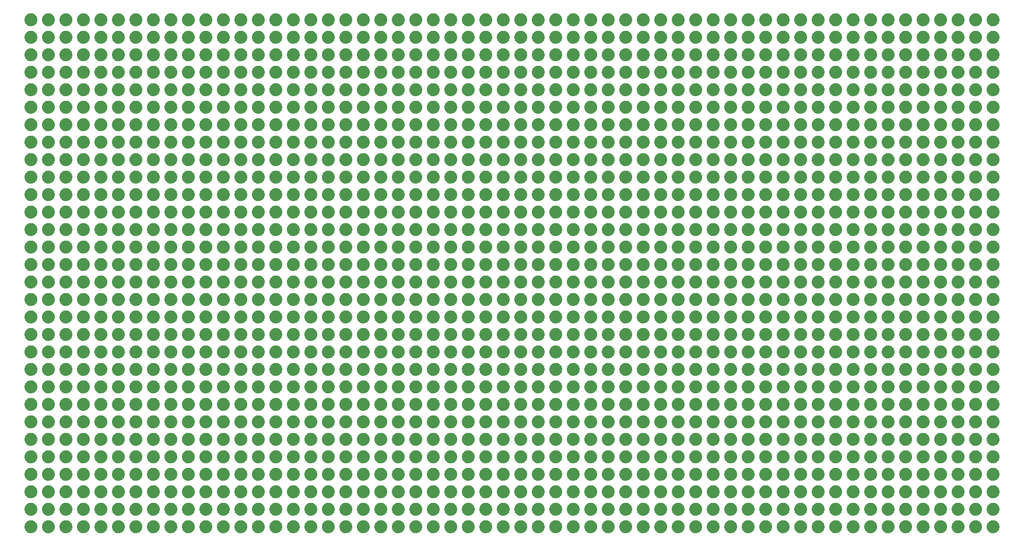
<source format=gbl>
G75*
%MOIN*%
%OFA0B0*%
%FSLAX25Y25*%
%IPPOS*%
%LPD*%
%AMOC8*
5,1,8,0,0,1.08239X$1,22.5*
%
%ADD10C,0.07400*%
D10*
X0018001Y0053650D03*
X0028001Y0053650D03*
X0038001Y0053650D03*
X0048001Y0053650D03*
X0058001Y0053650D03*
X0068001Y0053650D03*
X0078001Y0053650D03*
X0088001Y0053650D03*
X0098001Y0053650D03*
X0108001Y0053650D03*
X0118001Y0053650D03*
X0128001Y0053650D03*
X0138001Y0053650D03*
X0148001Y0053650D03*
X0158001Y0053650D03*
X0168001Y0053650D03*
X0178001Y0053650D03*
X0188001Y0053650D03*
X0198001Y0053650D03*
X0208001Y0053650D03*
X0218001Y0053650D03*
X0228001Y0053650D03*
X0238001Y0053650D03*
X0248001Y0053650D03*
X0258001Y0053650D03*
X0268001Y0053650D03*
X0278001Y0053650D03*
X0288001Y0053650D03*
X0298001Y0053650D03*
X0308001Y0053650D03*
X0318001Y0053650D03*
X0328001Y0053650D03*
X0338001Y0053650D03*
X0348001Y0053650D03*
X0358001Y0053650D03*
X0368001Y0053650D03*
X0378001Y0053650D03*
X0388001Y0053650D03*
X0398001Y0053650D03*
X0408001Y0053650D03*
X0418001Y0053650D03*
X0428001Y0053650D03*
X0438001Y0053650D03*
X0448001Y0053650D03*
X0458001Y0053650D03*
X0468001Y0053650D03*
X0478001Y0053650D03*
X0488001Y0053650D03*
X0498001Y0053650D03*
X0508001Y0053650D03*
X0518001Y0053650D03*
X0528001Y0053650D03*
X0538001Y0053650D03*
X0548001Y0053650D03*
X0558001Y0053650D03*
X0568001Y0053650D03*
X0568001Y0063650D03*
X0558001Y0063650D03*
X0548001Y0063650D03*
X0538001Y0063650D03*
X0528001Y0063650D03*
X0518001Y0063650D03*
X0508001Y0063650D03*
X0498001Y0063650D03*
X0488001Y0063650D03*
X0478001Y0063650D03*
X0468001Y0063650D03*
X0458001Y0063650D03*
X0448001Y0063650D03*
X0438001Y0063650D03*
X0428001Y0063650D03*
X0418001Y0063650D03*
X0408001Y0063650D03*
X0398001Y0063650D03*
X0388001Y0063650D03*
X0378001Y0063650D03*
X0368001Y0063650D03*
X0358001Y0063650D03*
X0348001Y0063650D03*
X0338001Y0063650D03*
X0328001Y0063650D03*
X0318001Y0063650D03*
X0308001Y0063650D03*
X0298001Y0063650D03*
X0288001Y0063650D03*
X0278001Y0063650D03*
X0268001Y0063650D03*
X0258001Y0063650D03*
X0248001Y0063650D03*
X0238001Y0063650D03*
X0228001Y0063650D03*
X0218001Y0063650D03*
X0208001Y0063650D03*
X0198001Y0063650D03*
X0188001Y0063650D03*
X0178001Y0063650D03*
X0168001Y0063650D03*
X0158001Y0063650D03*
X0148001Y0063650D03*
X0138001Y0063650D03*
X0128001Y0063650D03*
X0118001Y0063650D03*
X0108001Y0063650D03*
X0098001Y0063650D03*
X0088001Y0063650D03*
X0078001Y0063650D03*
X0068001Y0063650D03*
X0058001Y0063650D03*
X0048001Y0063650D03*
X0038001Y0063650D03*
X0028001Y0063650D03*
X0018001Y0063650D03*
X0018001Y0073650D03*
X0028001Y0073650D03*
X0038001Y0073650D03*
X0048001Y0073650D03*
X0058001Y0073650D03*
X0068001Y0073650D03*
X0078001Y0073650D03*
X0088001Y0073650D03*
X0098001Y0073650D03*
X0108001Y0073650D03*
X0118001Y0073650D03*
X0128001Y0073650D03*
X0138001Y0073650D03*
X0148001Y0073650D03*
X0158001Y0073650D03*
X0168001Y0073650D03*
X0178001Y0073650D03*
X0188001Y0073650D03*
X0198001Y0073650D03*
X0208001Y0073650D03*
X0218001Y0073650D03*
X0228001Y0073650D03*
X0238001Y0073650D03*
X0248001Y0073650D03*
X0258001Y0073650D03*
X0268001Y0073650D03*
X0278001Y0073650D03*
X0288001Y0073650D03*
X0298001Y0073650D03*
X0308001Y0073650D03*
X0318001Y0073650D03*
X0328001Y0073650D03*
X0338001Y0073650D03*
X0348001Y0073650D03*
X0358001Y0073650D03*
X0368001Y0073650D03*
X0378001Y0073650D03*
X0388001Y0073650D03*
X0398001Y0073650D03*
X0408001Y0073650D03*
X0418001Y0073650D03*
X0428001Y0073650D03*
X0438001Y0073650D03*
X0448001Y0073650D03*
X0458001Y0073650D03*
X0468001Y0073650D03*
X0478001Y0073650D03*
X0488001Y0073650D03*
X0498001Y0073650D03*
X0508001Y0073650D03*
X0518001Y0073650D03*
X0528001Y0073650D03*
X0538001Y0073650D03*
X0548001Y0073650D03*
X0558001Y0073650D03*
X0568001Y0073650D03*
X0568001Y0083650D03*
X0558001Y0083650D03*
X0548001Y0083650D03*
X0538001Y0083650D03*
X0528001Y0083650D03*
X0518001Y0083650D03*
X0508001Y0083650D03*
X0498001Y0083650D03*
X0488001Y0083650D03*
X0478001Y0083650D03*
X0468001Y0083650D03*
X0458001Y0083650D03*
X0448001Y0083650D03*
X0438001Y0083650D03*
X0428001Y0083650D03*
X0418001Y0083650D03*
X0408001Y0083650D03*
X0398001Y0083650D03*
X0388001Y0083650D03*
X0378001Y0083650D03*
X0368001Y0083650D03*
X0358001Y0083650D03*
X0348001Y0083650D03*
X0338001Y0083650D03*
X0328001Y0083650D03*
X0318001Y0083650D03*
X0308001Y0083650D03*
X0298001Y0083650D03*
X0288001Y0083650D03*
X0278001Y0083650D03*
X0268001Y0083650D03*
X0258001Y0083650D03*
X0248001Y0083650D03*
X0238001Y0083650D03*
X0228001Y0083650D03*
X0218001Y0083650D03*
X0208001Y0083650D03*
X0198001Y0083650D03*
X0188001Y0083650D03*
X0178001Y0083650D03*
X0168001Y0083650D03*
X0158001Y0083650D03*
X0148001Y0083650D03*
X0138001Y0083650D03*
X0128001Y0083650D03*
X0118001Y0083650D03*
X0108001Y0083650D03*
X0098001Y0083650D03*
X0088001Y0083650D03*
X0078001Y0083650D03*
X0068001Y0083650D03*
X0058001Y0083650D03*
X0048001Y0083650D03*
X0038001Y0083650D03*
X0028001Y0083650D03*
X0018001Y0083650D03*
X0018001Y0093650D03*
X0028001Y0093650D03*
X0038001Y0093650D03*
X0048001Y0093650D03*
X0058001Y0093650D03*
X0068001Y0093650D03*
X0078001Y0093650D03*
X0088001Y0093650D03*
X0098001Y0093650D03*
X0108001Y0093650D03*
X0118001Y0093650D03*
X0128001Y0093650D03*
X0138001Y0093650D03*
X0148001Y0093650D03*
X0158001Y0093650D03*
X0168001Y0093650D03*
X0178001Y0093650D03*
X0188001Y0093650D03*
X0198001Y0093650D03*
X0208001Y0093650D03*
X0218001Y0093650D03*
X0228001Y0093650D03*
X0238001Y0093650D03*
X0248001Y0093650D03*
X0258001Y0093650D03*
X0268001Y0093650D03*
X0278001Y0093650D03*
X0288001Y0093650D03*
X0298001Y0093650D03*
X0308001Y0093650D03*
X0318001Y0093650D03*
X0328001Y0093650D03*
X0338001Y0093650D03*
X0348001Y0093650D03*
X0358001Y0093650D03*
X0368001Y0093650D03*
X0378001Y0093650D03*
X0388001Y0093650D03*
X0398001Y0093650D03*
X0408001Y0093650D03*
X0418001Y0093650D03*
X0428001Y0093650D03*
X0438001Y0093650D03*
X0448001Y0093650D03*
X0458001Y0093650D03*
X0468001Y0093650D03*
X0478001Y0093650D03*
X0488001Y0093650D03*
X0498001Y0093650D03*
X0508001Y0093650D03*
X0518001Y0093650D03*
X0528001Y0093650D03*
X0538001Y0093650D03*
X0548001Y0093650D03*
X0558001Y0093650D03*
X0568001Y0093650D03*
X0568001Y0103650D03*
X0558001Y0103650D03*
X0548001Y0103650D03*
X0538001Y0103650D03*
X0528001Y0103650D03*
X0518001Y0103650D03*
X0508001Y0103650D03*
X0498001Y0103650D03*
X0488001Y0103650D03*
X0478001Y0103650D03*
X0468001Y0103650D03*
X0458001Y0103650D03*
X0448001Y0103650D03*
X0438001Y0103650D03*
X0428001Y0103650D03*
X0418001Y0103650D03*
X0408001Y0103650D03*
X0398001Y0103650D03*
X0388001Y0103650D03*
X0378001Y0103650D03*
X0368001Y0103650D03*
X0358001Y0103650D03*
X0348001Y0103650D03*
X0338001Y0103650D03*
X0328001Y0103650D03*
X0318001Y0103650D03*
X0308001Y0103650D03*
X0298001Y0103650D03*
X0288001Y0103650D03*
X0278001Y0103650D03*
X0268001Y0103650D03*
X0258001Y0103650D03*
X0248001Y0103650D03*
X0238001Y0103650D03*
X0228001Y0103650D03*
X0218001Y0103650D03*
X0208001Y0103650D03*
X0198001Y0103650D03*
X0188001Y0103650D03*
X0178001Y0103650D03*
X0168001Y0103650D03*
X0158001Y0103650D03*
X0148001Y0103650D03*
X0138001Y0103650D03*
X0128001Y0103650D03*
X0118001Y0103650D03*
X0108001Y0103650D03*
X0098001Y0103650D03*
X0088001Y0103650D03*
X0078001Y0103650D03*
X0068001Y0103650D03*
X0058001Y0103650D03*
X0048001Y0103650D03*
X0038001Y0103650D03*
X0028001Y0103650D03*
X0018001Y0103650D03*
X0018001Y0113650D03*
X0028001Y0113650D03*
X0038001Y0113650D03*
X0048001Y0113650D03*
X0058001Y0113650D03*
X0068001Y0113650D03*
X0078001Y0113650D03*
X0088001Y0113650D03*
X0098001Y0113650D03*
X0108001Y0113650D03*
X0118001Y0113650D03*
X0128001Y0113650D03*
X0138001Y0113650D03*
X0148001Y0113650D03*
X0158001Y0113650D03*
X0168001Y0113650D03*
X0178001Y0113650D03*
X0188001Y0113650D03*
X0198001Y0113650D03*
X0208001Y0113650D03*
X0218001Y0113650D03*
X0228001Y0113650D03*
X0238001Y0113650D03*
X0248001Y0113650D03*
X0258001Y0113650D03*
X0268001Y0113650D03*
X0278001Y0113650D03*
X0288001Y0113650D03*
X0298001Y0113650D03*
X0308001Y0113650D03*
X0318001Y0113650D03*
X0328001Y0113650D03*
X0338001Y0113650D03*
X0348001Y0113650D03*
X0358001Y0113650D03*
X0368001Y0113650D03*
X0378001Y0113650D03*
X0388001Y0113650D03*
X0398001Y0113650D03*
X0408001Y0113650D03*
X0418001Y0113650D03*
X0428001Y0113650D03*
X0438001Y0113650D03*
X0448001Y0113650D03*
X0458001Y0113650D03*
X0468001Y0113650D03*
X0478001Y0113650D03*
X0488001Y0113650D03*
X0498001Y0113650D03*
X0508001Y0113650D03*
X0518001Y0113650D03*
X0528001Y0113650D03*
X0538001Y0113650D03*
X0548001Y0113650D03*
X0558001Y0113650D03*
X0568001Y0113650D03*
X0568001Y0123650D03*
X0558001Y0123650D03*
X0548001Y0123650D03*
X0538001Y0123650D03*
X0528001Y0123650D03*
X0518001Y0123650D03*
X0508001Y0123650D03*
X0498001Y0123650D03*
X0488001Y0123650D03*
X0478001Y0123650D03*
X0468001Y0123650D03*
X0458001Y0123650D03*
X0448001Y0123650D03*
X0438001Y0123650D03*
X0428001Y0123650D03*
X0418001Y0123650D03*
X0408001Y0123650D03*
X0398001Y0123650D03*
X0388001Y0123650D03*
X0378001Y0123650D03*
X0368001Y0123650D03*
X0358001Y0123650D03*
X0348001Y0123650D03*
X0338001Y0123650D03*
X0328001Y0123650D03*
X0318001Y0123650D03*
X0308001Y0123650D03*
X0298001Y0123650D03*
X0288001Y0123650D03*
X0278001Y0123650D03*
X0268001Y0123650D03*
X0258001Y0123650D03*
X0248001Y0123650D03*
X0238001Y0123650D03*
X0228001Y0123650D03*
X0218001Y0123650D03*
X0208001Y0123650D03*
X0198001Y0123650D03*
X0188001Y0123650D03*
X0178001Y0123650D03*
X0168001Y0123650D03*
X0158001Y0123650D03*
X0148001Y0123650D03*
X0138001Y0123650D03*
X0128001Y0123650D03*
X0118001Y0123650D03*
X0108001Y0123650D03*
X0098001Y0123650D03*
X0088001Y0123650D03*
X0078001Y0123650D03*
X0068001Y0123650D03*
X0058001Y0123650D03*
X0048001Y0123650D03*
X0038001Y0123650D03*
X0028001Y0123650D03*
X0018001Y0123650D03*
X0018001Y0133650D03*
X0028001Y0133650D03*
X0038001Y0133650D03*
X0048001Y0133650D03*
X0058001Y0133650D03*
X0068001Y0133650D03*
X0078001Y0133650D03*
X0088001Y0133650D03*
X0098001Y0133650D03*
X0108001Y0133650D03*
X0118001Y0133650D03*
X0128001Y0133650D03*
X0138001Y0133650D03*
X0148001Y0133650D03*
X0158001Y0133650D03*
X0168001Y0133650D03*
X0178001Y0133650D03*
X0188001Y0133650D03*
X0198001Y0133650D03*
X0208001Y0133650D03*
X0218001Y0133650D03*
X0228001Y0133650D03*
X0238001Y0133650D03*
X0248001Y0133650D03*
X0258001Y0133650D03*
X0268001Y0133650D03*
X0278001Y0133650D03*
X0288001Y0133650D03*
X0298001Y0133650D03*
X0308001Y0133650D03*
X0318001Y0133650D03*
X0328001Y0133650D03*
X0338001Y0133650D03*
X0348001Y0133650D03*
X0358001Y0133650D03*
X0368001Y0133650D03*
X0378001Y0133650D03*
X0388001Y0133650D03*
X0398001Y0133650D03*
X0408001Y0133650D03*
X0418001Y0133650D03*
X0428001Y0133650D03*
X0438001Y0133650D03*
X0448001Y0133650D03*
X0458001Y0133650D03*
X0468001Y0133650D03*
X0478001Y0133650D03*
X0488001Y0133650D03*
X0498001Y0133650D03*
X0508001Y0133650D03*
X0518001Y0133650D03*
X0528001Y0133650D03*
X0538001Y0133650D03*
X0548001Y0133650D03*
X0558001Y0133650D03*
X0568001Y0133650D03*
X0568001Y0143650D03*
X0558001Y0143650D03*
X0548001Y0143650D03*
X0538001Y0143650D03*
X0528001Y0143650D03*
X0518001Y0143650D03*
X0508001Y0143650D03*
X0498001Y0143650D03*
X0488001Y0143650D03*
X0478001Y0143650D03*
X0468001Y0143650D03*
X0458001Y0143650D03*
X0448001Y0143650D03*
X0438001Y0143650D03*
X0428001Y0143650D03*
X0418001Y0143650D03*
X0408001Y0143650D03*
X0398001Y0143650D03*
X0388001Y0143650D03*
X0378001Y0143650D03*
X0368001Y0143650D03*
X0358001Y0143650D03*
X0348001Y0143650D03*
X0338001Y0143650D03*
X0328001Y0143650D03*
X0318001Y0143650D03*
X0308001Y0143650D03*
X0298001Y0143650D03*
X0288001Y0143650D03*
X0278001Y0143650D03*
X0268001Y0143650D03*
X0258001Y0143650D03*
X0248001Y0143650D03*
X0238001Y0143650D03*
X0228001Y0143650D03*
X0218001Y0143650D03*
X0208001Y0143650D03*
X0198001Y0143650D03*
X0188001Y0143650D03*
X0178001Y0143650D03*
X0168001Y0143650D03*
X0158001Y0143650D03*
X0148001Y0143650D03*
X0138001Y0143650D03*
X0128001Y0143650D03*
X0118001Y0143650D03*
X0108001Y0143650D03*
X0098001Y0143650D03*
X0088001Y0143650D03*
X0078001Y0143650D03*
X0068001Y0143650D03*
X0058001Y0143650D03*
X0048001Y0143650D03*
X0038001Y0143650D03*
X0028001Y0143650D03*
X0018001Y0143650D03*
X0018001Y0153650D03*
X0028001Y0153650D03*
X0038001Y0153650D03*
X0048001Y0153650D03*
X0058001Y0153650D03*
X0068001Y0153650D03*
X0078001Y0153650D03*
X0088001Y0153650D03*
X0098001Y0153650D03*
X0108001Y0153650D03*
X0118001Y0153650D03*
X0128001Y0153650D03*
X0138001Y0153650D03*
X0148001Y0153650D03*
X0158001Y0153650D03*
X0168001Y0153650D03*
X0178001Y0153650D03*
X0188001Y0153650D03*
X0198001Y0153650D03*
X0208001Y0153650D03*
X0218001Y0153650D03*
X0228001Y0153650D03*
X0238001Y0153650D03*
X0248001Y0153650D03*
X0258001Y0153650D03*
X0268001Y0153650D03*
X0278001Y0153650D03*
X0288001Y0153650D03*
X0298001Y0153650D03*
X0308001Y0153650D03*
X0318001Y0153650D03*
X0328001Y0153650D03*
X0338001Y0153650D03*
X0348001Y0153650D03*
X0358001Y0153650D03*
X0368001Y0153650D03*
X0378001Y0153650D03*
X0388001Y0153650D03*
X0398001Y0153650D03*
X0408001Y0153650D03*
X0418001Y0153650D03*
X0428001Y0153650D03*
X0438001Y0153650D03*
X0448001Y0153650D03*
X0458001Y0153650D03*
X0468001Y0153650D03*
X0478001Y0153650D03*
X0488001Y0153650D03*
X0498001Y0153650D03*
X0508001Y0153650D03*
X0518001Y0153650D03*
X0528001Y0153650D03*
X0538001Y0153650D03*
X0548001Y0153650D03*
X0558001Y0153650D03*
X0568001Y0153650D03*
X0568001Y0163650D03*
X0558001Y0163650D03*
X0548001Y0163650D03*
X0538001Y0163650D03*
X0528001Y0163650D03*
X0518001Y0163650D03*
X0508001Y0163650D03*
X0498001Y0163650D03*
X0488001Y0163650D03*
X0478001Y0163650D03*
X0468001Y0163650D03*
X0458001Y0163650D03*
X0448001Y0163650D03*
X0438001Y0163650D03*
X0428001Y0163650D03*
X0418001Y0163650D03*
X0408001Y0163650D03*
X0398001Y0163650D03*
X0388001Y0163650D03*
X0378001Y0163650D03*
X0368001Y0163650D03*
X0358001Y0163650D03*
X0348001Y0163650D03*
X0338001Y0163650D03*
X0328001Y0163650D03*
X0318001Y0163650D03*
X0308001Y0163650D03*
X0298001Y0163650D03*
X0288001Y0163650D03*
X0278001Y0163650D03*
X0268001Y0163650D03*
X0258001Y0163650D03*
X0248001Y0163650D03*
X0238001Y0163650D03*
X0228001Y0163650D03*
X0218001Y0163650D03*
X0208001Y0163650D03*
X0198001Y0163650D03*
X0188001Y0163650D03*
X0178001Y0163650D03*
X0168001Y0163650D03*
X0158001Y0163650D03*
X0148001Y0163650D03*
X0138001Y0163650D03*
X0128001Y0163650D03*
X0118001Y0163650D03*
X0108001Y0163650D03*
X0098001Y0163650D03*
X0088001Y0163650D03*
X0078001Y0163650D03*
X0068001Y0163650D03*
X0058001Y0163650D03*
X0048001Y0163650D03*
X0038001Y0163650D03*
X0028001Y0163650D03*
X0018001Y0163650D03*
X0018001Y0173650D03*
X0028001Y0173650D03*
X0038001Y0173650D03*
X0048001Y0173650D03*
X0058001Y0173650D03*
X0068001Y0173650D03*
X0078001Y0173650D03*
X0088001Y0173650D03*
X0098001Y0173650D03*
X0108001Y0173650D03*
X0118001Y0173650D03*
X0128001Y0173650D03*
X0138001Y0173650D03*
X0148001Y0173650D03*
X0158001Y0173650D03*
X0168001Y0173650D03*
X0178001Y0173650D03*
X0188001Y0173650D03*
X0198001Y0173650D03*
X0208001Y0173650D03*
X0218001Y0173650D03*
X0228001Y0173650D03*
X0238001Y0173650D03*
X0248001Y0173650D03*
X0258001Y0173650D03*
X0268001Y0173650D03*
X0278001Y0173650D03*
X0288001Y0173650D03*
X0298001Y0173650D03*
X0308001Y0173650D03*
X0318001Y0173650D03*
X0328001Y0173650D03*
X0338001Y0173650D03*
X0348001Y0173650D03*
X0358001Y0173650D03*
X0368001Y0173650D03*
X0378001Y0173650D03*
X0388001Y0173650D03*
X0398001Y0173650D03*
X0408001Y0173650D03*
X0418001Y0173650D03*
X0428001Y0173650D03*
X0438001Y0173650D03*
X0448001Y0173650D03*
X0458001Y0173650D03*
X0468001Y0173650D03*
X0478001Y0173650D03*
X0488001Y0173650D03*
X0498001Y0173650D03*
X0508001Y0173650D03*
X0518001Y0173650D03*
X0528001Y0173650D03*
X0538001Y0173650D03*
X0548001Y0173650D03*
X0558001Y0173650D03*
X0568001Y0173650D03*
X0568001Y0183650D03*
X0558001Y0183650D03*
X0548001Y0183650D03*
X0538001Y0183650D03*
X0528001Y0183650D03*
X0518001Y0183650D03*
X0508001Y0183650D03*
X0498001Y0183650D03*
X0488001Y0183650D03*
X0478001Y0183650D03*
X0468001Y0183650D03*
X0458001Y0183650D03*
X0448001Y0183650D03*
X0438001Y0183650D03*
X0428001Y0183650D03*
X0418001Y0183650D03*
X0408001Y0183650D03*
X0398001Y0183650D03*
X0388001Y0183650D03*
X0378001Y0183650D03*
X0368001Y0183650D03*
X0358001Y0183650D03*
X0348001Y0183650D03*
X0338001Y0183650D03*
X0328001Y0183650D03*
X0318001Y0183650D03*
X0308001Y0183650D03*
X0298001Y0183650D03*
X0288001Y0183650D03*
X0278001Y0183650D03*
X0268001Y0183650D03*
X0258001Y0183650D03*
X0248001Y0183650D03*
X0238001Y0183650D03*
X0228001Y0183650D03*
X0218001Y0183650D03*
X0208001Y0183650D03*
X0198001Y0183650D03*
X0188001Y0183650D03*
X0178001Y0183650D03*
X0168001Y0183650D03*
X0158001Y0183650D03*
X0148001Y0183650D03*
X0138001Y0183650D03*
X0128001Y0183650D03*
X0118001Y0183650D03*
X0108001Y0183650D03*
X0098001Y0183650D03*
X0088001Y0183650D03*
X0078001Y0183650D03*
X0068001Y0183650D03*
X0058001Y0183650D03*
X0048001Y0183650D03*
X0038001Y0183650D03*
X0028001Y0183650D03*
X0018001Y0183650D03*
X0018001Y0193650D03*
X0028001Y0193650D03*
X0038001Y0193650D03*
X0048001Y0193650D03*
X0058001Y0193650D03*
X0068001Y0193650D03*
X0078001Y0193650D03*
X0088001Y0193650D03*
X0098001Y0193650D03*
X0108001Y0193650D03*
X0118001Y0193650D03*
X0128001Y0193650D03*
X0138001Y0193650D03*
X0148001Y0193650D03*
X0158001Y0193650D03*
X0168001Y0193650D03*
X0178001Y0193650D03*
X0188001Y0193650D03*
X0198001Y0193650D03*
X0208001Y0193650D03*
X0218001Y0193650D03*
X0228001Y0193650D03*
X0238001Y0193650D03*
X0248001Y0193650D03*
X0258001Y0193650D03*
X0268001Y0193650D03*
X0278001Y0193650D03*
X0288001Y0193650D03*
X0298001Y0193650D03*
X0308001Y0193650D03*
X0318001Y0193650D03*
X0328001Y0193650D03*
X0338001Y0193650D03*
X0348001Y0193650D03*
X0358001Y0193650D03*
X0368001Y0193650D03*
X0378001Y0193650D03*
X0388001Y0193650D03*
X0398001Y0193650D03*
X0408001Y0193650D03*
X0418001Y0193650D03*
X0428001Y0193650D03*
X0438001Y0193650D03*
X0448001Y0193650D03*
X0458001Y0193650D03*
X0468001Y0193650D03*
X0478001Y0193650D03*
X0488001Y0193650D03*
X0498001Y0193650D03*
X0508001Y0193650D03*
X0518001Y0193650D03*
X0528001Y0193650D03*
X0538001Y0193650D03*
X0548001Y0193650D03*
X0558001Y0193650D03*
X0568001Y0193650D03*
X0568001Y0203650D03*
X0558001Y0203650D03*
X0548001Y0203650D03*
X0538001Y0203650D03*
X0528001Y0203650D03*
X0518001Y0203650D03*
X0508001Y0203650D03*
X0498001Y0203650D03*
X0488001Y0203650D03*
X0478001Y0203650D03*
X0468001Y0203650D03*
X0458001Y0203650D03*
X0448001Y0203650D03*
X0438001Y0203650D03*
X0428001Y0203650D03*
X0418001Y0203650D03*
X0408001Y0203650D03*
X0398001Y0203650D03*
X0388001Y0203650D03*
X0378001Y0203650D03*
X0368001Y0203650D03*
X0358001Y0203650D03*
X0348001Y0203650D03*
X0338001Y0203650D03*
X0328001Y0203650D03*
X0318001Y0203650D03*
X0308001Y0203650D03*
X0298001Y0203650D03*
X0288001Y0203650D03*
X0278001Y0203650D03*
X0268001Y0203650D03*
X0258001Y0203650D03*
X0248001Y0203650D03*
X0238001Y0203650D03*
X0228001Y0203650D03*
X0218001Y0203650D03*
X0208001Y0203650D03*
X0198001Y0203650D03*
X0188001Y0203650D03*
X0178001Y0203650D03*
X0168001Y0203650D03*
X0158001Y0203650D03*
X0148001Y0203650D03*
X0138001Y0203650D03*
X0128001Y0203650D03*
X0118001Y0203650D03*
X0108001Y0203650D03*
X0098001Y0203650D03*
X0088001Y0203650D03*
X0078001Y0203650D03*
X0068001Y0203650D03*
X0058001Y0203650D03*
X0048001Y0203650D03*
X0038001Y0203650D03*
X0028001Y0203650D03*
X0018001Y0203650D03*
X0018001Y0213650D03*
X0028001Y0213650D03*
X0038001Y0213650D03*
X0048001Y0213650D03*
X0058001Y0213650D03*
X0068001Y0213650D03*
X0078001Y0213650D03*
X0088001Y0213650D03*
X0098001Y0213650D03*
X0108001Y0213650D03*
X0118001Y0213650D03*
X0128001Y0213650D03*
X0138001Y0213650D03*
X0148001Y0213650D03*
X0158001Y0213650D03*
X0168001Y0213650D03*
X0178001Y0213650D03*
X0188001Y0213650D03*
X0198001Y0213650D03*
X0208001Y0213650D03*
X0218001Y0213650D03*
X0228001Y0213650D03*
X0238001Y0213650D03*
X0248001Y0213650D03*
X0258001Y0213650D03*
X0268001Y0213650D03*
X0278001Y0213650D03*
X0288001Y0213650D03*
X0298001Y0213650D03*
X0308001Y0213650D03*
X0318001Y0213650D03*
X0328001Y0213650D03*
X0338001Y0213650D03*
X0348001Y0213650D03*
X0358001Y0213650D03*
X0368001Y0213650D03*
X0378001Y0213650D03*
X0388001Y0213650D03*
X0398001Y0213650D03*
X0408001Y0213650D03*
X0418001Y0213650D03*
X0428001Y0213650D03*
X0438001Y0213650D03*
X0448001Y0213650D03*
X0458001Y0213650D03*
X0468001Y0213650D03*
X0478001Y0213650D03*
X0488001Y0213650D03*
X0498001Y0213650D03*
X0508001Y0213650D03*
X0518001Y0213650D03*
X0528001Y0213650D03*
X0538001Y0213650D03*
X0548001Y0213650D03*
X0558001Y0213650D03*
X0568001Y0213650D03*
X0568001Y0223650D03*
X0558001Y0223650D03*
X0548001Y0223650D03*
X0538001Y0223650D03*
X0528001Y0223650D03*
X0518001Y0223650D03*
X0508001Y0223650D03*
X0498001Y0223650D03*
X0488001Y0223650D03*
X0478001Y0223650D03*
X0468001Y0223650D03*
X0458001Y0223650D03*
X0448001Y0223650D03*
X0438001Y0223650D03*
X0428001Y0223650D03*
X0418001Y0223650D03*
X0408001Y0223650D03*
X0398001Y0223650D03*
X0388001Y0223650D03*
X0378001Y0223650D03*
X0368001Y0223650D03*
X0358001Y0223650D03*
X0348001Y0223650D03*
X0338001Y0223650D03*
X0328001Y0223650D03*
X0318001Y0223650D03*
X0308001Y0223650D03*
X0298001Y0223650D03*
X0288001Y0223650D03*
X0278001Y0223650D03*
X0268001Y0223650D03*
X0258001Y0223650D03*
X0248001Y0223650D03*
X0238001Y0223650D03*
X0228001Y0223650D03*
X0218001Y0223650D03*
X0208001Y0223650D03*
X0198001Y0223650D03*
X0188001Y0223650D03*
X0178001Y0223650D03*
X0168001Y0223650D03*
X0158001Y0223650D03*
X0148001Y0223650D03*
X0138001Y0223650D03*
X0128001Y0223650D03*
X0118001Y0223650D03*
X0108001Y0223650D03*
X0098001Y0223650D03*
X0088001Y0223650D03*
X0078001Y0223650D03*
X0068001Y0223650D03*
X0058001Y0223650D03*
X0048001Y0223650D03*
X0038001Y0223650D03*
X0028001Y0223650D03*
X0018001Y0223650D03*
X0018001Y0233650D03*
X0028001Y0233650D03*
X0038001Y0233650D03*
X0048001Y0233650D03*
X0058001Y0233650D03*
X0068001Y0233650D03*
X0078001Y0233650D03*
X0088001Y0233650D03*
X0098001Y0233650D03*
X0108001Y0233650D03*
X0118001Y0233650D03*
X0128001Y0233650D03*
X0138001Y0233650D03*
X0148001Y0233650D03*
X0158001Y0233650D03*
X0168001Y0233650D03*
X0178001Y0233650D03*
X0188001Y0233650D03*
X0198001Y0233650D03*
X0208001Y0233650D03*
X0218001Y0233650D03*
X0228001Y0233650D03*
X0238001Y0233650D03*
X0248001Y0233650D03*
X0258001Y0233650D03*
X0268001Y0233650D03*
X0278001Y0233650D03*
X0288001Y0233650D03*
X0298001Y0233650D03*
X0308001Y0233650D03*
X0318001Y0233650D03*
X0328001Y0233650D03*
X0338001Y0233650D03*
X0348001Y0233650D03*
X0358001Y0233650D03*
X0368001Y0233650D03*
X0378001Y0233650D03*
X0388001Y0233650D03*
X0398001Y0233650D03*
X0408001Y0233650D03*
X0418001Y0233650D03*
X0428001Y0233650D03*
X0438001Y0233650D03*
X0448001Y0233650D03*
X0458001Y0233650D03*
X0468001Y0233650D03*
X0478001Y0233650D03*
X0488001Y0233650D03*
X0498001Y0233650D03*
X0508001Y0233650D03*
X0518001Y0233650D03*
X0528001Y0233650D03*
X0538001Y0233650D03*
X0548001Y0233650D03*
X0558001Y0233650D03*
X0568001Y0233650D03*
X0568001Y0243650D03*
X0558001Y0243650D03*
X0548001Y0243650D03*
X0538001Y0243650D03*
X0528001Y0243650D03*
X0518001Y0243650D03*
X0508001Y0243650D03*
X0498001Y0243650D03*
X0488001Y0243650D03*
X0478001Y0243650D03*
X0468001Y0243650D03*
X0458001Y0243650D03*
X0448001Y0243650D03*
X0438001Y0243650D03*
X0428001Y0243650D03*
X0418001Y0243650D03*
X0408001Y0243650D03*
X0398001Y0243650D03*
X0388001Y0243650D03*
X0378001Y0243650D03*
X0368001Y0243650D03*
X0358001Y0243650D03*
X0348001Y0243650D03*
X0338001Y0243650D03*
X0328001Y0243650D03*
X0318001Y0243650D03*
X0308001Y0243650D03*
X0298001Y0243650D03*
X0288001Y0243650D03*
X0278001Y0243650D03*
X0268001Y0243650D03*
X0258001Y0243650D03*
X0248001Y0243650D03*
X0238001Y0243650D03*
X0228001Y0243650D03*
X0218001Y0243650D03*
X0208001Y0243650D03*
X0198001Y0243650D03*
X0188001Y0243650D03*
X0178001Y0243650D03*
X0168001Y0243650D03*
X0158001Y0243650D03*
X0148001Y0243650D03*
X0138001Y0243650D03*
X0128001Y0243650D03*
X0118001Y0243650D03*
X0108001Y0243650D03*
X0098001Y0243650D03*
X0088001Y0243650D03*
X0078001Y0243650D03*
X0068001Y0243650D03*
X0058001Y0243650D03*
X0048001Y0243650D03*
X0038001Y0243650D03*
X0028001Y0243650D03*
X0018001Y0243650D03*
X0018001Y0253650D03*
X0028001Y0253650D03*
X0038001Y0253650D03*
X0048001Y0253650D03*
X0058001Y0253650D03*
X0068001Y0253650D03*
X0078001Y0253650D03*
X0088001Y0253650D03*
X0098001Y0253650D03*
X0108001Y0253650D03*
X0118001Y0253650D03*
X0128001Y0253650D03*
X0138001Y0253650D03*
X0148001Y0253650D03*
X0158001Y0253650D03*
X0168001Y0253650D03*
X0178001Y0253650D03*
X0188001Y0253650D03*
X0198001Y0253650D03*
X0208001Y0253650D03*
X0218001Y0253650D03*
X0228001Y0253650D03*
X0238001Y0253650D03*
X0248001Y0253650D03*
X0258001Y0253650D03*
X0268001Y0253650D03*
X0278001Y0253650D03*
X0288001Y0253650D03*
X0298001Y0253650D03*
X0308001Y0253650D03*
X0318001Y0253650D03*
X0328001Y0253650D03*
X0338001Y0253650D03*
X0348001Y0253650D03*
X0358001Y0253650D03*
X0368001Y0253650D03*
X0378001Y0253650D03*
X0388001Y0253650D03*
X0398001Y0253650D03*
X0408001Y0253650D03*
X0418001Y0253650D03*
X0428001Y0253650D03*
X0438001Y0253650D03*
X0448001Y0253650D03*
X0458001Y0253650D03*
X0468001Y0253650D03*
X0478001Y0253650D03*
X0488001Y0253650D03*
X0498001Y0253650D03*
X0508001Y0253650D03*
X0518001Y0253650D03*
X0528001Y0253650D03*
X0538001Y0253650D03*
X0548001Y0253650D03*
X0558001Y0253650D03*
X0568001Y0253650D03*
X0568001Y0263650D03*
X0558001Y0263650D03*
X0548001Y0263650D03*
X0538001Y0263650D03*
X0528001Y0263650D03*
X0518001Y0263650D03*
X0508001Y0263650D03*
X0498001Y0263650D03*
X0488001Y0263650D03*
X0478001Y0263650D03*
X0468001Y0263650D03*
X0458001Y0263650D03*
X0448001Y0263650D03*
X0438001Y0263650D03*
X0428001Y0263650D03*
X0418001Y0263650D03*
X0408001Y0263650D03*
X0398001Y0263650D03*
X0388001Y0263650D03*
X0378001Y0263650D03*
X0368001Y0263650D03*
X0358001Y0263650D03*
X0348001Y0263650D03*
X0338001Y0263650D03*
X0328001Y0263650D03*
X0318001Y0263650D03*
X0308001Y0263650D03*
X0298001Y0263650D03*
X0288001Y0263650D03*
X0278001Y0263650D03*
X0268001Y0263650D03*
X0258001Y0263650D03*
X0248001Y0263650D03*
X0238001Y0263650D03*
X0228001Y0263650D03*
X0218001Y0263650D03*
X0208001Y0263650D03*
X0198001Y0263650D03*
X0188001Y0263650D03*
X0178001Y0263650D03*
X0168001Y0263650D03*
X0158001Y0263650D03*
X0148001Y0263650D03*
X0138001Y0263650D03*
X0128001Y0263650D03*
X0118001Y0263650D03*
X0108001Y0263650D03*
X0098001Y0263650D03*
X0088001Y0263650D03*
X0078001Y0263650D03*
X0068001Y0263650D03*
X0058001Y0263650D03*
X0048001Y0263650D03*
X0038001Y0263650D03*
X0028001Y0263650D03*
X0018001Y0263650D03*
X0018001Y0273650D03*
X0028001Y0273650D03*
X0038001Y0273650D03*
X0048001Y0273650D03*
X0058001Y0273650D03*
X0068001Y0273650D03*
X0078001Y0273650D03*
X0088001Y0273650D03*
X0098001Y0273650D03*
X0108001Y0273650D03*
X0118001Y0273650D03*
X0128001Y0273650D03*
X0138001Y0273650D03*
X0148001Y0273650D03*
X0158001Y0273650D03*
X0168001Y0273650D03*
X0178001Y0273650D03*
X0188001Y0273650D03*
X0198001Y0273650D03*
X0208001Y0273650D03*
X0218001Y0273650D03*
X0228001Y0273650D03*
X0238001Y0273650D03*
X0248001Y0273650D03*
X0258001Y0273650D03*
X0268001Y0273650D03*
X0278001Y0273650D03*
X0288001Y0273650D03*
X0298001Y0273650D03*
X0308001Y0273650D03*
X0318001Y0273650D03*
X0328001Y0273650D03*
X0338001Y0273650D03*
X0348001Y0273650D03*
X0358001Y0273650D03*
X0368001Y0273650D03*
X0378001Y0273650D03*
X0388001Y0273650D03*
X0398001Y0273650D03*
X0408001Y0273650D03*
X0418001Y0273650D03*
X0428001Y0273650D03*
X0438001Y0273650D03*
X0448001Y0273650D03*
X0458001Y0273650D03*
X0468001Y0273650D03*
X0478001Y0273650D03*
X0488001Y0273650D03*
X0498001Y0273650D03*
X0508001Y0273650D03*
X0518001Y0273650D03*
X0528001Y0273650D03*
X0538001Y0273650D03*
X0548001Y0273650D03*
X0558001Y0273650D03*
X0568001Y0273650D03*
X0568001Y0283650D03*
X0558001Y0283650D03*
X0548001Y0283650D03*
X0538001Y0283650D03*
X0528001Y0283650D03*
X0518001Y0283650D03*
X0508001Y0283650D03*
X0498001Y0283650D03*
X0488001Y0283650D03*
X0478001Y0283650D03*
X0468001Y0283650D03*
X0458001Y0283650D03*
X0448001Y0283650D03*
X0438001Y0283650D03*
X0428001Y0283650D03*
X0418001Y0283650D03*
X0408001Y0283650D03*
X0398001Y0283650D03*
X0388001Y0283650D03*
X0378001Y0283650D03*
X0368001Y0283650D03*
X0358001Y0283650D03*
X0348001Y0283650D03*
X0338001Y0283650D03*
X0328001Y0283650D03*
X0318001Y0283650D03*
X0308001Y0283650D03*
X0298001Y0283650D03*
X0288001Y0283650D03*
X0278001Y0283650D03*
X0268001Y0283650D03*
X0258001Y0283650D03*
X0248001Y0283650D03*
X0238001Y0283650D03*
X0228001Y0283650D03*
X0218001Y0283650D03*
X0208001Y0283650D03*
X0198001Y0283650D03*
X0188001Y0283650D03*
X0178001Y0283650D03*
X0168001Y0283650D03*
X0158001Y0283650D03*
X0148001Y0283650D03*
X0138001Y0283650D03*
X0128001Y0283650D03*
X0118001Y0283650D03*
X0108001Y0283650D03*
X0098001Y0283650D03*
X0088001Y0283650D03*
X0078001Y0283650D03*
X0068001Y0283650D03*
X0058001Y0283650D03*
X0048001Y0283650D03*
X0038001Y0283650D03*
X0028001Y0283650D03*
X0018001Y0283650D03*
X0018001Y0293650D03*
X0028001Y0293650D03*
X0038001Y0293650D03*
X0048001Y0293650D03*
X0058001Y0293650D03*
X0068001Y0293650D03*
X0078001Y0293650D03*
X0088001Y0293650D03*
X0098001Y0293650D03*
X0108001Y0293650D03*
X0118001Y0293650D03*
X0128001Y0293650D03*
X0138001Y0293650D03*
X0148001Y0293650D03*
X0158001Y0293650D03*
X0168001Y0293650D03*
X0178001Y0293650D03*
X0188001Y0293650D03*
X0198001Y0293650D03*
X0208001Y0293650D03*
X0218001Y0293650D03*
X0228001Y0293650D03*
X0238001Y0293650D03*
X0248001Y0293650D03*
X0258001Y0293650D03*
X0268001Y0293650D03*
X0278001Y0293650D03*
X0288001Y0293650D03*
X0298001Y0293650D03*
X0308001Y0293650D03*
X0318001Y0293650D03*
X0328001Y0293650D03*
X0338001Y0293650D03*
X0348001Y0293650D03*
X0358001Y0293650D03*
X0368001Y0293650D03*
X0378001Y0293650D03*
X0388001Y0293650D03*
X0398001Y0293650D03*
X0408001Y0293650D03*
X0418001Y0293650D03*
X0428001Y0293650D03*
X0438001Y0293650D03*
X0448001Y0293650D03*
X0458001Y0293650D03*
X0468001Y0293650D03*
X0478001Y0293650D03*
X0488001Y0293650D03*
X0498001Y0293650D03*
X0508001Y0293650D03*
X0518001Y0293650D03*
X0528001Y0293650D03*
X0538001Y0293650D03*
X0548001Y0293650D03*
X0558001Y0293650D03*
X0568001Y0293650D03*
X0568001Y0303650D03*
X0558001Y0303650D03*
X0548001Y0303650D03*
X0538001Y0303650D03*
X0528001Y0303650D03*
X0518001Y0303650D03*
X0508001Y0303650D03*
X0498001Y0303650D03*
X0488001Y0303650D03*
X0478001Y0303650D03*
X0468001Y0303650D03*
X0458001Y0303650D03*
X0448001Y0303650D03*
X0438001Y0303650D03*
X0428001Y0303650D03*
X0418001Y0303650D03*
X0408001Y0303650D03*
X0398001Y0303650D03*
X0388001Y0303650D03*
X0378001Y0303650D03*
X0368001Y0303650D03*
X0358001Y0303650D03*
X0348001Y0303650D03*
X0338001Y0303650D03*
X0328001Y0303650D03*
X0318001Y0303650D03*
X0308001Y0303650D03*
X0298001Y0303650D03*
X0288001Y0303650D03*
X0278001Y0303650D03*
X0268001Y0303650D03*
X0258001Y0303650D03*
X0248001Y0303650D03*
X0238001Y0303650D03*
X0228001Y0303650D03*
X0218001Y0303650D03*
X0208001Y0303650D03*
X0198001Y0303650D03*
X0188001Y0303650D03*
X0178001Y0303650D03*
X0168001Y0303650D03*
X0158001Y0303650D03*
X0148001Y0303650D03*
X0138001Y0303650D03*
X0128001Y0303650D03*
X0118001Y0303650D03*
X0108001Y0303650D03*
X0098001Y0303650D03*
X0088001Y0303650D03*
X0078001Y0303650D03*
X0068001Y0303650D03*
X0058001Y0303650D03*
X0048001Y0303650D03*
X0038001Y0303650D03*
X0028001Y0303650D03*
X0018001Y0303650D03*
X0018001Y0313650D03*
X0028001Y0313650D03*
X0038001Y0313650D03*
X0048001Y0313650D03*
X0058001Y0313650D03*
X0068001Y0313650D03*
X0078001Y0313650D03*
X0088001Y0313650D03*
X0098001Y0313650D03*
X0108001Y0313650D03*
X0118001Y0313650D03*
X0128001Y0313650D03*
X0138001Y0313650D03*
X0148001Y0313650D03*
X0158001Y0313650D03*
X0168001Y0313650D03*
X0178001Y0313650D03*
X0188001Y0313650D03*
X0198001Y0313650D03*
X0208001Y0313650D03*
X0218001Y0313650D03*
X0228001Y0313650D03*
X0238001Y0313650D03*
X0248001Y0313650D03*
X0258001Y0313650D03*
X0268001Y0313650D03*
X0278001Y0313650D03*
X0288001Y0313650D03*
X0298001Y0313650D03*
X0308001Y0313650D03*
X0318001Y0313650D03*
X0328001Y0313650D03*
X0338001Y0313650D03*
X0348001Y0313650D03*
X0358001Y0313650D03*
X0368001Y0313650D03*
X0378001Y0313650D03*
X0388001Y0313650D03*
X0398001Y0313650D03*
X0408001Y0313650D03*
X0418001Y0313650D03*
X0428001Y0313650D03*
X0438001Y0313650D03*
X0448001Y0313650D03*
X0458001Y0313650D03*
X0468001Y0313650D03*
X0478001Y0313650D03*
X0488001Y0313650D03*
X0498001Y0313650D03*
X0508001Y0313650D03*
X0518001Y0313650D03*
X0528001Y0313650D03*
X0538001Y0313650D03*
X0548001Y0313650D03*
X0558001Y0313650D03*
X0568001Y0313650D03*
X0568001Y0323650D03*
X0558001Y0323650D03*
X0548001Y0323650D03*
X0538001Y0323650D03*
X0528001Y0323650D03*
X0518001Y0323650D03*
X0508001Y0323650D03*
X0498001Y0323650D03*
X0488001Y0323650D03*
X0478001Y0323650D03*
X0468001Y0323650D03*
X0458001Y0323650D03*
X0448001Y0323650D03*
X0438001Y0323650D03*
X0428001Y0323650D03*
X0418001Y0323650D03*
X0408001Y0323650D03*
X0398001Y0323650D03*
X0388001Y0323650D03*
X0378001Y0323650D03*
X0368001Y0323650D03*
X0358001Y0323650D03*
X0348001Y0323650D03*
X0338001Y0323650D03*
X0328001Y0323650D03*
X0318001Y0323650D03*
X0308001Y0323650D03*
X0298001Y0323650D03*
X0288001Y0323650D03*
X0278001Y0323650D03*
X0268001Y0323650D03*
X0258001Y0323650D03*
X0248001Y0323650D03*
X0238001Y0323650D03*
X0228001Y0323650D03*
X0218001Y0323650D03*
X0208001Y0323650D03*
X0198001Y0323650D03*
X0188001Y0323650D03*
X0178001Y0323650D03*
X0168001Y0323650D03*
X0158001Y0323650D03*
X0148001Y0323650D03*
X0138001Y0323650D03*
X0128001Y0323650D03*
X0118001Y0323650D03*
X0108001Y0323650D03*
X0098001Y0323650D03*
X0088001Y0323650D03*
X0078001Y0323650D03*
X0068001Y0323650D03*
X0058001Y0323650D03*
X0048001Y0323650D03*
X0038001Y0323650D03*
X0028001Y0323650D03*
X0018001Y0323650D03*
X0018001Y0333650D03*
X0028001Y0333650D03*
X0038001Y0333650D03*
X0048001Y0333650D03*
X0058001Y0333650D03*
X0068001Y0333650D03*
X0078001Y0333650D03*
X0088001Y0333650D03*
X0098001Y0333650D03*
X0108001Y0333650D03*
X0118001Y0333650D03*
X0128001Y0333650D03*
X0138001Y0333650D03*
X0148001Y0333650D03*
X0158001Y0333650D03*
X0168001Y0333650D03*
X0178001Y0333650D03*
X0188001Y0333650D03*
X0198001Y0333650D03*
X0208001Y0333650D03*
X0218001Y0333650D03*
X0228001Y0333650D03*
X0238001Y0333650D03*
X0248001Y0333650D03*
X0258001Y0333650D03*
X0268001Y0333650D03*
X0278001Y0333650D03*
X0288001Y0333650D03*
X0298001Y0333650D03*
X0308001Y0333650D03*
X0318001Y0333650D03*
X0328001Y0333650D03*
X0338001Y0333650D03*
X0348001Y0333650D03*
X0358001Y0333650D03*
X0368001Y0333650D03*
X0378001Y0333650D03*
X0388001Y0333650D03*
X0398001Y0333650D03*
X0408001Y0333650D03*
X0418001Y0333650D03*
X0428001Y0333650D03*
X0438001Y0333650D03*
X0448001Y0333650D03*
X0458001Y0333650D03*
X0468001Y0333650D03*
X0478001Y0333650D03*
X0488001Y0333650D03*
X0498001Y0333650D03*
X0508001Y0333650D03*
X0518001Y0333650D03*
X0528001Y0333650D03*
X0538001Y0333650D03*
X0548001Y0333650D03*
X0558001Y0333650D03*
X0568001Y0333650D03*
X0568001Y0343650D03*
X0558001Y0343650D03*
X0548001Y0343650D03*
X0538001Y0343650D03*
X0528001Y0343650D03*
X0518001Y0343650D03*
X0508001Y0343650D03*
X0498001Y0343650D03*
X0488001Y0343650D03*
X0478001Y0343650D03*
X0468001Y0343650D03*
X0458001Y0343650D03*
X0448001Y0343650D03*
X0438001Y0343650D03*
X0428001Y0343650D03*
X0418001Y0343650D03*
X0408001Y0343650D03*
X0398001Y0343650D03*
X0388001Y0343650D03*
X0378001Y0343650D03*
X0368001Y0343650D03*
X0358001Y0343650D03*
X0348001Y0343650D03*
X0338001Y0343650D03*
X0328001Y0343650D03*
X0318001Y0343650D03*
X0308001Y0343650D03*
X0298001Y0343650D03*
X0288001Y0343650D03*
X0278001Y0343650D03*
X0268001Y0343650D03*
X0258001Y0343650D03*
X0248001Y0343650D03*
X0238001Y0343650D03*
X0228001Y0343650D03*
X0218001Y0343650D03*
X0208001Y0343650D03*
X0198001Y0343650D03*
X0188001Y0343650D03*
X0178001Y0343650D03*
X0168001Y0343650D03*
X0158001Y0343650D03*
X0148001Y0343650D03*
X0138001Y0343650D03*
X0128001Y0343650D03*
X0118001Y0343650D03*
X0108001Y0343650D03*
X0098001Y0343650D03*
X0088001Y0343650D03*
X0078001Y0343650D03*
X0068001Y0343650D03*
X0058001Y0343650D03*
X0048001Y0343650D03*
X0038001Y0343650D03*
X0028001Y0343650D03*
X0018001Y0343650D03*
M02*

</source>
